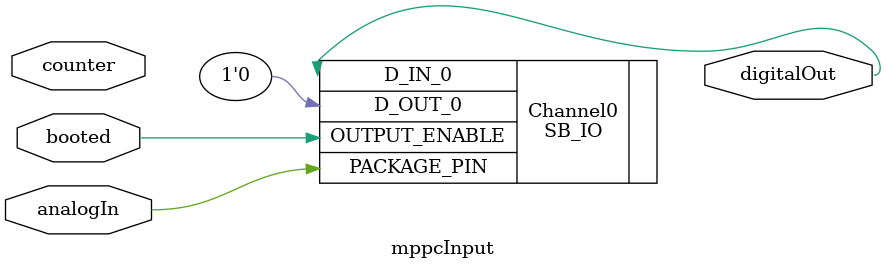
<source format=v>
module mppcInput (
    input analogIn,
    input booted,
    output digitalOut,
    input counter,
);

// Use hardmacro block for pin initializtion
SB_IO #(
    .PIN_TYPE(6'b 1010_01),
    .PULLUP(1'b 0)
) Channel0(
    .PACKAGE_PIN(analogIn),
    .OUTPUT_ENABLE(booted),
    .D_OUT_0(1'b0),
    .D_IN_0(digitalOut)
);

always @(posedge digitalOut)
    counter = counter + 1;

endmodule
</source>
